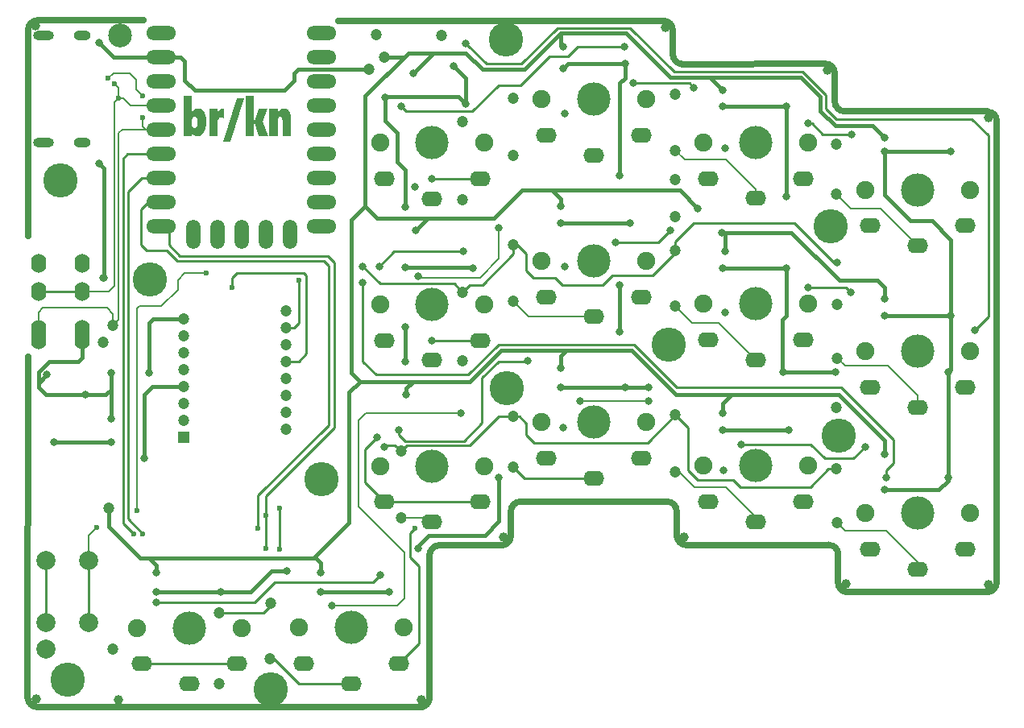
<source format=gbr>
%TF.GenerationSoftware,KiCad,Pcbnew,7.0.2*%
%TF.CreationDate,2024-03-22T10:09:10-05:00*%
%TF.ProjectId,02_capsule5_right,30325f63-6170-4737-956c-65355f726967,v1.0.0*%
%TF.SameCoordinates,Original*%
%TF.FileFunction,Copper,L1,Top*%
%TF.FilePolarity,Positive*%
%FSLAX46Y46*%
G04 Gerber Fmt 4.6, Leading zero omitted, Abs format (unit mm)*
G04 Created by KiCad (PCBNEW 7.0.2) date 2024-03-22 10:09:10*
%MOMM*%
%LPD*%
G01*
G04 APERTURE LIST*
%TA.AperFunction,NonConductor*%
%ADD10C,0.700000*%
%TD*%
%ADD11C,0.750000*%
%TA.AperFunction,NonConductor*%
%ADD12C,0.750000*%
%TD*%
%TA.AperFunction,ComponentPad*%
%ADD13C,2.500000*%
%TD*%
%TA.AperFunction,ComponentPad*%
%ADD14C,1.200000*%
%TD*%
%TA.AperFunction,ComponentPad*%
%ADD15C,2.000000*%
%TD*%
%TA.AperFunction,ComponentPad*%
%ADD16O,3.130000X1.500000*%
%TD*%
%TA.AperFunction,ComponentPad*%
%ADD17O,1.500000X3.090000*%
%TD*%
%TA.AperFunction,ComponentPad*%
%ADD18C,0.400000*%
%TD*%
%TA.AperFunction,ComponentPad*%
%ADD19C,3.600000*%
%TD*%
%TA.AperFunction,ComponentPad*%
%ADD20R,1.200000X1.200000*%
%TD*%
%TA.AperFunction,WasherPad*%
%ADD21C,1.900000*%
%TD*%
%TA.AperFunction,WasherPad*%
%ADD22C,3.500000*%
%TD*%
%TA.AperFunction,ComponentPad*%
%ADD23O,2.200000X1.600000*%
%TD*%
%TA.AperFunction,ComponentPad*%
%ADD24C,1.000000*%
%TD*%
%TA.AperFunction,ComponentPad*%
%ADD25O,1.600000X2.000000*%
%TD*%
%TA.AperFunction,ComponentPad*%
%ADD26O,2.200000X1.000000*%
%TD*%
%TA.AperFunction,ComponentPad*%
%ADD27O,1.800000X1.000000*%
%TD*%
%TA.AperFunction,ViaPad*%
%ADD28C,0.800000*%
%TD*%
%TA.AperFunction,ViaPad*%
%ADD29C,0.600000*%
%TD*%
%TA.AperFunction,Conductor*%
%ADD30C,0.400000*%
%TD*%
%TA.AperFunction,Conductor*%
%ADD31C,0.250000*%
%TD*%
%TA.AperFunction,Conductor*%
%ADD32C,0.200000*%
%TD*%
G04 APERTURE END LIST*
D10*
X156030781Y-45944870D02*
X156034936Y-67590951D01*
X223181017Y-95536796D02*
X207769869Y-95546896D01*
X206765714Y-96550815D02*
X206759936Y-99140951D01*
X205755781Y-100144870D02*
X199234936Y-100140951D01*
X241140886Y-104056012D02*
X241153980Y-101075895D01*
X156009936Y-80290951D02*
X155990881Y-116131018D01*
X197225003Y-117165958D02*
G75*
G03*
X198229158Y-116162032I-3J1004158D01*
G01*
X155990927Y-116131018D02*
G75*
G03*
X156994800Y-117135173I1004173J18D01*
G01*
X225194800Y-100085173D02*
X240131017Y-100086796D01*
X241140933Y-104056012D02*
G75*
G03*
X242144805Y-105060167I1004167J12D01*
G01*
X222775067Y-44971733D02*
X188634936Y-44965951D01*
X224184936Y-96540951D02*
X224190881Y-99081018D01*
X241153960Y-101075895D02*
G75*
G03*
X240150061Y-100071740I-1004160J-5D01*
G01*
X257804153Y-104056081D02*
X257828986Y-55525889D01*
X240806049Y-53486795D02*
G75*
G03*
X241809936Y-54490951I1004151J-5D01*
G01*
X224794805Y-49535169D02*
X239800067Y-49496733D01*
X257828967Y-55525889D02*
G75*
G03*
X256825067Y-54521733I-1004167J-11D01*
G01*
X168184936Y-44940951D02*
X157034936Y-44940951D01*
X157034936Y-44940981D02*
G75*
G03*
X156030781Y-45944870I-36J-1004119D01*
G01*
X205755781Y-100144936D02*
G75*
G03*
X206759936Y-99140951I-81J1004236D01*
G01*
X198230781Y-101144870D02*
X198229158Y-116162032D01*
X224184904Y-96540951D02*
G75*
G03*
X223181017Y-95536796I-1004204J-49D01*
G01*
X223778986Y-45975889D02*
X223790886Y-48531013D01*
X223790931Y-48531013D02*
G75*
G03*
X224794805Y-49535169I1004169J13D01*
G01*
X240803967Y-50500889D02*
G75*
G03*
X239800067Y-49496733I-1004167J-11D01*
G01*
X156994800Y-117135173D02*
X197225003Y-117165951D01*
X256799998Y-105059953D02*
G75*
G03*
X257804153Y-104056081I2J1004153D01*
G01*
X223778967Y-45975889D02*
G75*
G03*
X222775067Y-44971733I-1004167J-11D01*
G01*
X240803986Y-50500889D02*
X240806017Y-53486795D01*
X224190927Y-99081018D02*
G75*
G03*
X225194800Y-100085173I1004173J18D01*
G01*
X241809936Y-54490951D02*
X256825067Y-54521733D01*
X199234936Y-100140881D02*
G75*
G03*
X198230781Y-101144870I164J-1004319D01*
G01*
X242144805Y-105060167D02*
X256799998Y-105060000D01*
X207769869Y-95546914D02*
G75*
G03*
X206765714Y-96550815I31J-1004186D01*
G01*
D11*
D12*
G36*
X173238101Y-54631479D02*
G01*
X173246161Y-54631479D01*
X173266170Y-54594133D01*
X173287455Y-54558298D01*
X173310014Y-54523974D01*
X173333848Y-54491161D01*
X173358958Y-54459860D01*
X173385343Y-54430070D01*
X173413002Y-54401791D01*
X173441937Y-54375024D01*
X173472147Y-54349768D01*
X173503632Y-54326023D01*
X173525331Y-54311032D01*
X173558750Y-54290081D01*
X173592788Y-54271190D01*
X173627444Y-54254360D01*
X173662718Y-54239591D01*
X173698610Y-54226883D01*
X173735120Y-54216236D01*
X173772249Y-54207649D01*
X173809996Y-54201123D01*
X173848361Y-54196658D01*
X173887345Y-54194254D01*
X173913677Y-54193796D01*
X173962956Y-54195177D01*
X174010775Y-54199322D01*
X174057134Y-54206229D01*
X174102034Y-54215900D01*
X174145474Y-54228333D01*
X174187454Y-54243530D01*
X174227975Y-54261489D01*
X174267035Y-54282212D01*
X174304636Y-54305697D01*
X174340778Y-54331946D01*
X174375459Y-54360957D01*
X174408681Y-54392732D01*
X174440443Y-54427269D01*
X174470745Y-54464569D01*
X174499588Y-54504633D01*
X174526971Y-54547459D01*
X174552791Y-54592816D01*
X174576945Y-54640714D01*
X174599434Y-54691154D01*
X174620256Y-54744136D01*
X174639413Y-54799659D01*
X174656904Y-54857724D01*
X174672729Y-54918331D01*
X174686889Y-54981479D01*
X174699382Y-55047169D01*
X174710210Y-55115400D01*
X174719372Y-55186174D01*
X174726868Y-55259488D01*
X174732699Y-55335345D01*
X174736863Y-55413743D01*
X174738321Y-55453895D01*
X174739362Y-55494683D01*
X174739987Y-55536106D01*
X174740195Y-55578164D01*
X174739748Y-55635271D01*
X174738409Y-55691554D01*
X174736176Y-55747012D01*
X174733051Y-55801646D01*
X174729032Y-55855456D01*
X174724121Y-55908442D01*
X174718316Y-55960603D01*
X174711618Y-56011939D01*
X174704028Y-56062452D01*
X174695544Y-56112140D01*
X174686168Y-56161004D01*
X174675898Y-56209043D01*
X174664735Y-56256259D01*
X174652680Y-56302650D01*
X174639731Y-56348216D01*
X174625889Y-56392958D01*
X174611226Y-56436540D01*
X174595813Y-56478871D01*
X174579650Y-56519949D01*
X174562737Y-56559776D01*
X174545074Y-56598351D01*
X174526662Y-56635675D01*
X174507499Y-56671746D01*
X174487587Y-56706566D01*
X174466924Y-56740134D01*
X174445512Y-56772451D01*
X174423350Y-56803515D01*
X174400438Y-56833328D01*
X174376776Y-56861889D01*
X174352364Y-56889199D01*
X174327202Y-56915256D01*
X174301290Y-56940062D01*
X174274786Y-56963368D01*
X174247847Y-56985171D01*
X174220473Y-57005470D01*
X174192663Y-57024265D01*
X174164419Y-57041557D01*
X174135740Y-57057345D01*
X174106625Y-57071629D01*
X174077076Y-57084410D01*
X174047091Y-57095687D01*
X174016671Y-57105461D01*
X173985817Y-57113730D01*
X173954527Y-57120497D01*
X173922802Y-57125759D01*
X173890642Y-57129518D01*
X173858047Y-57131774D01*
X173825017Y-57132526D01*
X173787339Y-57131452D01*
X173750691Y-57128232D01*
X173715073Y-57122866D01*
X173680486Y-57115352D01*
X173646930Y-57105692D01*
X173614403Y-57093886D01*
X173582907Y-57079932D01*
X173552442Y-57063832D01*
X173523007Y-57045586D01*
X173494602Y-57025192D01*
X173476238Y-57010404D01*
X173449564Y-56986880D01*
X173423945Y-56962101D01*
X173399383Y-56936070D01*
X173375877Y-56908784D01*
X173353427Y-56880245D01*
X173332034Y-56850452D01*
X173311696Y-56819405D01*
X173292415Y-56787105D01*
X173274190Y-56753551D01*
X173257021Y-56718744D01*
X173246161Y-56694842D01*
X173238101Y-56694842D01*
X173238101Y-57070000D01*
X172360293Y-57070000D01*
X172360293Y-55750111D01*
X173221981Y-55750111D01*
X173222683Y-55792876D01*
X173224789Y-55833974D01*
X173228299Y-55873407D01*
X173235163Y-55923393D01*
X173244522Y-55970417D01*
X173256377Y-56014480D01*
X173270729Y-56055582D01*
X173287576Y-56093722D01*
X173301849Y-56120383D01*
X173322869Y-56152440D01*
X173345629Y-56180223D01*
X173370130Y-56203731D01*
X173396371Y-56222965D01*
X173424352Y-56237925D01*
X173454073Y-56248611D01*
X173485535Y-56255022D01*
X173518736Y-56257159D01*
X173557182Y-56254549D01*
X173593383Y-56246718D01*
X173627341Y-56233666D01*
X173659054Y-56215394D01*
X173688523Y-56191901D01*
X173715749Y-56163187D01*
X173740730Y-56129252D01*
X173763468Y-56090097D01*
X173783732Y-56045920D01*
X173797158Y-56009942D01*
X173809063Y-55971525D01*
X173819448Y-55930670D01*
X173828314Y-55887376D01*
X173835660Y-55841643D01*
X173841486Y-55793472D01*
X173845792Y-55742862D01*
X173848579Y-55689814D01*
X173849845Y-55634327D01*
X173849930Y-55615289D01*
X173849215Y-55565549D01*
X173847070Y-55518180D01*
X173843496Y-55473180D01*
X173838492Y-55430550D01*
X173832059Y-55390290D01*
X173824195Y-55352400D01*
X173811487Y-55305566D01*
X173796237Y-55262946D01*
X173778446Y-55224539D01*
X173768597Y-55206915D01*
X173747153Y-55174629D01*
X173723488Y-55146648D01*
X173697602Y-55122972D01*
X173669495Y-55103600D01*
X173639167Y-55088534D01*
X173606618Y-55077772D01*
X173571848Y-55071314D01*
X173534856Y-55069162D01*
X173502032Y-55071421D01*
X173470605Y-55078199D01*
X173440575Y-55089495D01*
X173411941Y-55105310D01*
X173384704Y-55125643D01*
X173358864Y-55150495D01*
X173334421Y-55179865D01*
X173311374Y-55213754D01*
X173290423Y-55251001D01*
X173272265Y-55290935D01*
X173256900Y-55333555D01*
X173244330Y-55378862D01*
X173234552Y-55426856D01*
X173227568Y-55477536D01*
X173224164Y-55517310D01*
X173222331Y-55558594D01*
X173221981Y-55586957D01*
X173221981Y-55750111D01*
X172360293Y-55750111D01*
X172360293Y-52880746D01*
X173238101Y-52880746D01*
X173238101Y-54631479D01*
G37*
G36*
X176643824Y-55256741D02*
G01*
X176616758Y-55233415D01*
X176589545Y-55214008D01*
X176559036Y-55195535D01*
X176530262Y-55180445D01*
X176509734Y-55170767D01*
X176479140Y-55157486D01*
X176450555Y-55146953D01*
X176419745Y-55138138D01*
X176387883Y-55132642D01*
X176369783Y-55131688D01*
X176317078Y-55134375D01*
X176267774Y-55142435D01*
X176221869Y-55155868D01*
X176179365Y-55174675D01*
X176140262Y-55198855D01*
X176104558Y-55228408D01*
X176072255Y-55263335D01*
X176043353Y-55303635D01*
X176017850Y-55349309D01*
X175995748Y-55400355D01*
X175977046Y-55456775D01*
X175961745Y-55518569D01*
X175949844Y-55585736D01*
X175941343Y-55658276D01*
X175936243Y-55736189D01*
X175934967Y-55777161D01*
X175934542Y-55819476D01*
X175934542Y-57070000D01*
X175056734Y-57070000D01*
X175056734Y-54256322D01*
X175934542Y-54256322D01*
X175934542Y-54756531D01*
X175942602Y-54756531D01*
X175958307Y-54706033D01*
X175975197Y-54657853D01*
X175993272Y-54611992D01*
X176012532Y-54568449D01*
X176032977Y-54527224D01*
X176054607Y-54488318D01*
X176077422Y-54451730D01*
X176101421Y-54417461D01*
X176126606Y-54385510D01*
X176152976Y-54355878D01*
X176171214Y-54337411D01*
X176199535Y-54311745D01*
X176228719Y-54288604D01*
X176258765Y-54267987D01*
X176289675Y-54249895D01*
X176321448Y-54234328D01*
X176354084Y-54221285D01*
X176387583Y-54210766D01*
X176421944Y-54202772D01*
X176457169Y-54197302D01*
X176493257Y-54194357D01*
X176517794Y-54193796D01*
X176548619Y-54195385D01*
X176581615Y-54201094D01*
X176612229Y-54210956D01*
X176640462Y-54224969D01*
X176643824Y-54227013D01*
X176643824Y-55256741D01*
G37*
G36*
X177308408Y-57695261D02*
G01*
X176535380Y-57695261D01*
X177996441Y-53130851D01*
X178769469Y-53130851D01*
X177308408Y-57695261D01*
G37*
G36*
X180263503Y-57070000D02*
G01*
X179793824Y-55631898D01*
X179785764Y-55631898D01*
X179785764Y-57070000D01*
X178907955Y-57070000D01*
X178907955Y-52880746D01*
X179785764Y-52880746D01*
X179785764Y-55569371D01*
X179793824Y-55569371D01*
X180220272Y-54256322D01*
X181209455Y-54256322D01*
X180638660Y-55544947D01*
X181242428Y-57070000D01*
X180263503Y-57070000D01*
G37*
G36*
X182764305Y-57070000D02*
G01*
X182764305Y-55552763D01*
X182763790Y-55505682D01*
X182762244Y-55461160D01*
X182759668Y-55419197D01*
X182756062Y-55379793D01*
X182749651Y-55331235D01*
X182741407Y-55287225D01*
X182731332Y-55247765D01*
X182716163Y-55204836D01*
X182705687Y-55182491D01*
X182685580Y-55149842D01*
X182661895Y-55122728D01*
X182634632Y-55101146D01*
X182603792Y-55085099D01*
X182569374Y-55074585D01*
X182539263Y-55070158D01*
X182515177Y-55069162D01*
X182480902Y-55072024D01*
X182449060Y-55080611D01*
X182419651Y-55094922D01*
X182392674Y-55114958D01*
X182368131Y-55140718D01*
X182346020Y-55172202D01*
X182337857Y-55186399D01*
X182319492Y-55224328D01*
X182304240Y-55265453D01*
X182292101Y-55309775D01*
X182283074Y-55357292D01*
X182278094Y-55397608D01*
X182275106Y-55439969D01*
X182274110Y-55484375D01*
X182274110Y-57070000D01*
X181396301Y-57070000D01*
X181396301Y-54256322D01*
X182274110Y-54256322D01*
X182274110Y-54694005D01*
X182282170Y-54694005D01*
X182302585Y-54650253D01*
X182324262Y-54608390D01*
X182347201Y-54568417D01*
X182371402Y-54530332D01*
X182396866Y-54494136D01*
X182423592Y-54459830D01*
X182451580Y-54427412D01*
X182480831Y-54396884D01*
X182511344Y-54368244D01*
X182543118Y-54341494D01*
X182565003Y-54324710D01*
X182598521Y-54301314D01*
X182632580Y-54280220D01*
X182667180Y-54261426D01*
X182702321Y-54244934D01*
X182738003Y-54230743D01*
X182774226Y-54218854D01*
X182810989Y-54209265D01*
X182848294Y-54201978D01*
X182886140Y-54196992D01*
X182924527Y-54194307D01*
X182950418Y-54193796D01*
X182993019Y-54194931D01*
X183034267Y-54198337D01*
X183074163Y-54204014D01*
X183112706Y-54211961D01*
X183149897Y-54222179D01*
X183185736Y-54234668D01*
X183220222Y-54249428D01*
X183253356Y-54266458D01*
X183285137Y-54285759D01*
X183315566Y-54307330D01*
X183344643Y-54331173D01*
X183372367Y-54357286D01*
X183398739Y-54385669D01*
X183423758Y-54416324D01*
X183447425Y-54449249D01*
X183469740Y-54484445D01*
X183490702Y-54521911D01*
X183510312Y-54561648D01*
X183528569Y-54603656D01*
X183545474Y-54647935D01*
X183561027Y-54694484D01*
X183575227Y-54743304D01*
X183588074Y-54794395D01*
X183599570Y-54847756D01*
X183609713Y-54903388D01*
X183618503Y-54961291D01*
X183625942Y-55021464D01*
X183632027Y-55083908D01*
X183636761Y-55148623D01*
X183640142Y-55215609D01*
X183642170Y-55284865D01*
X183642847Y-55356392D01*
X183642847Y-57070000D01*
X182764305Y-57070000D01*
G37*
D13*
%TO.P,REF\u002A\u002A,*%
%TO.N,*%
X165650000Y-46500000D03*
%TD*%
D14*
%TO.P,,*%
%TO.N,*%
X224000000Y-65550000D03*
%TD*%
%TO.P,,*%
%TO.N,5V*%
X193500000Y-48800000D03*
%TD*%
%TO.P,,*%
%TO.N,*%
X224000000Y-61700000D03*
%TD*%
D15*
%TO.P,,1*%
%TO.N,Net-(D15-Pad2)*%
X157890000Y-111080000D03*
%TD*%
D16*
%TO.P,U1,1,0*%
%TO.N,LED*%
X186875478Y-46285769D03*
%TO.P,U1,2,1*%
%TO.N,ROW0*%
X186875478Y-48825769D03*
%TO.P,U1,3,2*%
%TO.N,ROW1*%
X186875478Y-51365769D03*
%TO.P,U1,4,3*%
%TO.N,ROW2*%
X186875478Y-53905769D03*
%TO.P,U1,5,4*%
%TO.N,ROW3*%
X186875478Y-56445769D03*
%TO.P,U1,6,5*%
%TO.N,unconnected-(U1-5-Pad6)*%
X186875478Y-58985769D03*
%TO.P,U1,7,6*%
%TO.N,unconnected-(U1-6-Pad7)*%
X186875478Y-61525769D03*
%TO.P,U1,8,7*%
%TO.N,unconnected-(U1-7-Pad8)*%
X186875478Y-64065769D03*
%TO.P,U1,9,8*%
%TO.N,COL4*%
X186875478Y-66605769D03*
D17*
%TO.P,U1,10,9*%
%TO.N,NCS*%
X183520478Y-67400769D03*
%TO.P,U1,11,10*%
%TO.N,SCK*%
X180980478Y-67400769D03*
%TO.P,U1,12,11*%
%TO.N,MOSI*%
X178440478Y-67400769D03*
%TO.P,U1,13,12*%
%TO.N,MISO*%
X175900478Y-67400769D03*
%TO.P,U1,14,13*%
%TO.N,unconnected-(U1-13-Pad14)*%
X173360478Y-67400769D03*
D16*
%TO.P,U1,15,14*%
%TO.N,COL3*%
X170005478Y-66605769D03*
%TO.P,U1,16,15*%
%TO.N,COL2*%
X170005478Y-64065769D03*
%TO.P,U1,17,26*%
%TO.N,COL1*%
X170005478Y-61525769D03*
%TO.P,U1,18,27*%
%TO.N,COL0*%
X170005478Y-58985769D03*
%TO.P,U1,19,28*%
%TO.N,TX*%
X170005478Y-56445769D03*
%TO.P,U1,20,29*%
%TO.N,RX*%
X170005478Y-53905769D03*
%TO.P,U1,21,3V3*%
%TO.N,3V3*%
X170005478Y-51365769D03*
%TO.P,U1,22,GND*%
%TO.N,GND*%
X170005478Y-48825769D03*
%TO.P,U1,23,5V*%
%TO.N,5V*%
X170005478Y-46285769D03*
%TD*%
D18*
%TO.P,U3,*%
%TO.N,*%
X167329807Y-72215728D03*
X167779807Y-71165728D03*
X167779807Y-73265728D03*
X168829807Y-70715728D03*
D19*
X168829807Y-72215728D03*
D18*
X168829807Y-73715728D03*
X169879807Y-71165728D03*
X169879807Y-73265728D03*
X170329807Y-72215728D03*
X185319807Y-93205728D03*
X185769807Y-92155728D03*
X185769807Y-94255728D03*
X186819807Y-91705728D03*
D19*
X186819807Y-93205728D03*
D18*
X186819807Y-94705728D03*
X187869807Y-92155728D03*
X187869807Y-94255728D03*
X188319807Y-93205728D03*
D20*
%TO.P,U3,1,NC*%
%TO.N,unconnected-(U3-NC-Pad1)*%
X172400000Y-88800000D03*
D14*
%TO.P,U3,2,NC*%
%TO.N,unconnected-(U3-NC-Pad2)*%
X172400000Y-87020000D03*
%TO.P,U3,3,VDDPIX*%
%TO.N,Net-(U3-VDDPIX)*%
X172400000Y-85240000D03*
%TO.P,U3,4,VDD*%
%TO.N,2V*%
X172400000Y-83460000D03*
%TO.P,U3,5,VDDIO*%
%TO.N,3V3*%
X172400000Y-81680000D03*
%TO.P,U3,6,NC*%
%TO.N,unconnected-(U3-NC-Pad6)*%
X172400000Y-79900000D03*
%TO.P,U3,7,NRESET*%
%TO.N,unconnected-(U3-NRESET-Pad7)*%
X172400000Y-78120000D03*
%TO.P,U3,8,GND*%
%TO.N,GND*%
X172400000Y-76340000D03*
%TO.P,U3,9,MOTION*%
%TO.N,unconnected-(U3-MOTION-Pad9)*%
X183100000Y-75450000D03*
%TO.P,U3,10,SCLK*%
%TO.N,SCK*%
X183100000Y-77230000D03*
%TO.P,U3,11,MOSI*%
%TO.N,MOSI*%
X183100000Y-79010000D03*
%TO.P,U3,12,MISO*%
%TO.N,MISO*%
X183100000Y-80790000D03*
%TO.P,U3,13,NCS*%
%TO.N,NCS*%
X183100000Y-82570000D03*
%TO.P,U3,14,NC*%
%TO.N,unconnected-(U3-NC-Pad14)*%
X183100000Y-84350000D03*
%TO.P,U3,15,LED_P*%
%TO.N,Net-(U3-LED_P)*%
X183100000Y-86130000D03*
%TO.P,U3,16,NC*%
%TO.N,unconnected-(U3-NC-Pad16)*%
X183100000Y-87910000D03*
%TD*%
%TO.P,,*%
%TO.N,5V*%
X164500000Y-96200000D03*
%TD*%
%TO.P,,*%
%TO.N,*%
X241000000Y-85650000D03*
%TD*%
%TO.P,,*%
%TO.N,GND*%
X191855000Y-50070000D03*
%TD*%
D18*
%TO.P,REF\u002A\u002A,*%
%TO.N,*%
X242699042Y-88600000D03*
X242249042Y-89650000D03*
X242249042Y-87550000D03*
X241199042Y-90100000D03*
D19*
X241199042Y-88600000D03*
D18*
X241199042Y-87100000D03*
X240149042Y-89650000D03*
X240149042Y-87550000D03*
X239699042Y-88600000D03*
%TD*%
D21*
%TO.P,SW14,*%
%TO.N,*%
X178463232Y-108802659D03*
D22*
X172963232Y-108802659D03*
D21*
X167463232Y-108802659D03*
D23*
%TO.P,SW14,1*%
%TO.N,Net-(D14-Pad2)*%
X172963232Y-114702659D03*
%TO.P,SW14,2*%
%TO.N,COL3*%
X177963232Y-112602659D03*
X167963232Y-112602659D03*
%TD*%
D24*
%TO.P,REF\u002A\u002A,*%
%TO.N,*%
X205999042Y-99300000D03*
%TD*%
D18*
%TO.P,REF\u002A\u002A,*%
%TO.N,*%
X182999042Y-115300000D03*
X182549042Y-116350000D03*
X182549042Y-114250000D03*
X181499042Y-116800000D03*
D19*
X181499042Y-115300000D03*
D18*
X181499042Y-113800000D03*
X180449042Y-116350000D03*
X180449042Y-114250000D03*
X179999042Y-115300000D03*
%TD*%
D14*
%TO.P,,*%
%TO.N,LED*%
X192640478Y-46435769D03*
%TD*%
D21*
%TO.P,SW05,*%
%TO.N,*%
X255012350Y-79740283D03*
D22*
X249512350Y-79740283D03*
D21*
X244012350Y-79740283D03*
D23*
%TO.P,SW05,1*%
%TO.N,Net-(D05-Pad2)*%
X249512350Y-85640283D03*
%TO.P,SW05,2*%
%TO.N,COL0*%
X254512350Y-83540283D03*
X244512350Y-83540283D03*
%TD*%
D14*
%TO.P,,*%
%TO.N,ROW0*%
X201690478Y-55585769D03*
%TD*%
%TO.P,,*%
%TO.N,Net-(D13-Pad2)*%
X181440478Y-112050000D03*
%TD*%
%TO.P,,*%
%TO.N,GND*%
X163899042Y-78750000D03*
%TD*%
D24*
%TO.P,REF\u002A\u002A,*%
%TO.N,*%
X256999042Y-55200000D03*
%TD*%
D14*
%TO.P,,*%
%TO.N,TX*%
X164969042Y-77030000D03*
%TD*%
%TO.P,,*%
%TO.N,ROW0*%
X224000000Y-52675000D03*
%TD*%
D25*
%TO.P,U2,1,SLEEVE*%
%TO.N,GND*%
X161699042Y-78550000D03*
X157099042Y-78550000D03*
%TO.P,U2,2,TIP*%
%TO.N,TX*%
X161699042Y-77450000D03*
X157099042Y-77450000D03*
%TO.P,U2,3,RING1*%
%TO.N,RX*%
X161699042Y-73450000D03*
X157099042Y-73450000D03*
%TO.P,U2,4,RING2*%
%TO.N,5V*%
X161699042Y-70450000D03*
X157099042Y-70450000D03*
%TD*%
D24*
%TO.P,REF\u002A\u002A,*%
%TO.N,*%
X165499042Y-116335769D03*
%TD*%
D14*
%TO.P,,*%
%TO.N,ROW2*%
X195250000Y-90250000D03*
%TD*%
%TO.P,,*%
%TO.N,Net-(D04-Pad2)*%
X201690478Y-63785769D03*
%TD*%
%TO.P,,*%
%TO.N,Net-(D09-Pad2)*%
X241040478Y-97735769D03*
%TD*%
%TO.P,,*%
%TO.N,Net-(D11-Pad2)*%
X206990478Y-91900000D03*
%TD*%
%TO.P,,*%
%TO.N,Net-(D14-Pad2)*%
X176090478Y-114715769D03*
%TD*%
D24*
%TO.P,REF\u002A\u002A,*%
%TO.N,*%
X224999042Y-99300000D03*
%TD*%
%TO.P,REF\u002A\u002A,*%
%TO.N,*%
X197399042Y-116335769D03*
%TD*%
D14*
%TO.P,,*%
%TO.N,Net-(D05-Pad2)*%
X241040478Y-80435769D03*
%TD*%
D24*
%TO.P,REF\u002A\u002A,*%
%TO.N,*%
X256999042Y-104300000D03*
%TD*%
D14*
%TO.P,,*%
%TO.N,ROW1*%
X201690478Y-73500000D03*
%TD*%
%TO.P,,*%
%TO.N,ROW1*%
X206990478Y-68535769D03*
%TD*%
D21*
%TO.P,SW07,*%
%TO.N,*%
X221011817Y-70203948D03*
D22*
X215511817Y-70203948D03*
D21*
X210011817Y-70203948D03*
D23*
%TO.P,SW07,1*%
%TO.N,Net-(D07-Pad2)*%
X215511817Y-76103948D03*
%TO.P,SW07,2*%
%TO.N,COL2*%
X220511817Y-74003948D03*
X210511817Y-74003948D03*
%TD*%
D26*
%TO.P,J1,S1,SHIELD*%
%TO.N,GND*%
X157684190Y-57764234D03*
D27*
X161684190Y-57764234D03*
D26*
X157684190Y-46524234D03*
D27*
X161684190Y-46524234D03*
%TD*%
D21*
%TO.P,SW03,*%
%TO.N,*%
X221011818Y-53203948D03*
D22*
X215511818Y-53203948D03*
D21*
X210011818Y-53203948D03*
D23*
%TO.P,SW03,1*%
%TO.N,Net-(D03-Pad2)*%
X215511818Y-59103948D03*
%TO.P,SW03,2*%
%TO.N,COL2*%
X220511818Y-57003948D03*
X210511818Y-57003948D03*
%TD*%
D21*
%TO.P,SW06,*%
%TO.N,*%
X238012112Y-74759163D03*
D22*
X232512112Y-74759163D03*
D21*
X227012112Y-74759163D03*
D23*
%TO.P,SW06,1*%
%TO.N,Net-(D06-Pad2)*%
X232512112Y-80659163D03*
%TO.P,SW06,2*%
%TO.N,COL1*%
X237512112Y-78559163D03*
X227512112Y-78559163D03*
%TD*%
D18*
%TO.P,REF\u002A\u002A,*%
%TO.N,*%
X207849042Y-83650000D03*
X207399042Y-84700000D03*
X207399042Y-82600000D03*
X206349042Y-85150000D03*
D19*
X206349042Y-83650000D03*
D18*
X206349042Y-82150000D03*
X205299042Y-84700000D03*
X205299042Y-82600000D03*
X204849042Y-83650000D03*
%TD*%
D21*
%TO.P,SW10,*%
%TO.N,*%
X238012111Y-91759164D03*
D22*
X232512111Y-91759164D03*
D21*
X227012111Y-91759164D03*
D23*
%TO.P,SW10,1*%
%TO.N,Net-(D10-Pad2)*%
X232512111Y-97659164D03*
%TO.P,SW10,2*%
%TO.N,COL1*%
X237512111Y-95559164D03*
X227512111Y-95559164D03*
%TD*%
D14*
%TO.P,,*%
%TO.N,ROW2*%
X240990478Y-92085769D03*
%TD*%
D24*
%TO.P,REF\u002A\u002A,*%
%TO.N,*%
X222999042Y-45700000D03*
%TD*%
D21*
%TO.P,SW09,*%
%TO.N,*%
X255012349Y-96740284D03*
D22*
X249512349Y-96740284D03*
D21*
X244012349Y-96740284D03*
D23*
%TO.P,SW09,1*%
%TO.N,Net-(D09-Pad2)*%
X249512349Y-102640284D03*
%TO.P,SW09,2*%
%TO.N,COL0*%
X254512349Y-100540284D03*
X244512349Y-100540284D03*
%TD*%
D18*
%TO.P,REF\u002A\u002A,*%
%TO.N,*%
X207749042Y-46950000D03*
X207299042Y-48000000D03*
X207299042Y-45900000D03*
X206249042Y-48450000D03*
D19*
X206249042Y-46950000D03*
D18*
X206249042Y-45450000D03*
X205199042Y-48000000D03*
X205199042Y-45900000D03*
X204749042Y-46950000D03*
%TD*%
D14*
%TO.P,,*%
%TO.N,Net-(D10-Pad2)*%
X224040478Y-92385769D03*
%TD*%
%TO.P,,*%
%TO.N,Net-(D02-Pad2)*%
X224040478Y-58635769D03*
%TD*%
%TO.P,,*%
%TO.N,Net-(D08-Pad2)*%
X201649042Y-80750000D03*
%TD*%
D21*
%TO.P,SW13,*%
%TO.N,*%
X195463467Y-108794157D03*
D22*
X189963467Y-108794157D03*
D21*
X184463467Y-108794157D03*
D23*
%TO.P,SW13,1*%
%TO.N,Net-(D13-Pad2)*%
X189963467Y-114694157D03*
%TO.P,SW13,2*%
%TO.N,COL2*%
X194963467Y-112594157D03*
X184963467Y-112594157D03*
%TD*%
D14*
%TO.P,,*%
%TO.N,ROW1*%
X241040478Y-74835769D03*
%TD*%
D24*
%TO.P,REF\u002A\u002A,*%
%TO.N,*%
X156899042Y-116250000D03*
%TD*%
D21*
%TO.P,SW12,*%
%TO.N,*%
X203999265Y-91787819D03*
D22*
X198499265Y-91787819D03*
D21*
X192999265Y-91787819D03*
D23*
%TO.P,SW12,1*%
%TO.N,Net-(D12-Pad2)*%
X198499265Y-97687819D03*
%TO.P,SW12,2*%
%TO.N,COL3*%
X203499265Y-95587819D03*
X193499265Y-95587819D03*
%TD*%
D21*
%TO.P,SW08,*%
%TO.N,*%
X203999265Y-74787819D03*
D22*
X198499265Y-74787819D03*
D21*
X192999265Y-74787819D03*
D23*
%TO.P,SW08,1*%
%TO.N,Net-(D08-Pad2)*%
X198499265Y-80687819D03*
%TO.P,SW08,2*%
%TO.N,COL3*%
X203499265Y-78587819D03*
X193499265Y-78587819D03*
%TD*%
D21*
%TO.P,SW11,*%
%TO.N,*%
X221011816Y-87203949D03*
D22*
X215511816Y-87203949D03*
D21*
X210011816Y-87203949D03*
D23*
%TO.P,SW11,1*%
%TO.N,Net-(D11-Pad2)*%
X215511816Y-93103949D03*
%TO.P,SW11,2*%
%TO.N,COL2*%
X220511816Y-91003949D03*
X210511816Y-91003949D03*
%TD*%
D14*
%TO.P,,*%
%TO.N,ROW0*%
X206999042Y-53150000D03*
%TD*%
%TO.P,,*%
%TO.N,Net-(D12-Pad2)*%
X195250000Y-97250000D03*
%TD*%
%TO.P,,*%
%TO.N,ROW3*%
X164910000Y-111060000D03*
%TD*%
%TO.P,,*%
%TO.N,Net-(D06-Pad2)*%
X224040478Y-74985769D03*
%TD*%
%TO.P,,*%
%TO.N,Net-(LED01-DIN)*%
X199440478Y-46535769D03*
%TD*%
D21*
%TO.P,SW02,*%
%TO.N,*%
X238012111Y-57759164D03*
D22*
X232512111Y-57759164D03*
D21*
X227012111Y-57759164D03*
D23*
%TO.P,SW02,1*%
%TO.N,Net-(D02-Pad2)*%
X232512111Y-63659164D03*
%TO.P,SW02,2*%
%TO.N,COL1*%
X237512111Y-61559164D03*
X227512111Y-61559164D03*
%TD*%
D18*
%TO.P,REF\u002A\u002A,*%
%TO.N,*%
X161649042Y-114250000D03*
X161199042Y-115300000D03*
X161199042Y-113200000D03*
X160149042Y-115750000D03*
D19*
X160149042Y-114250000D03*
D18*
X160149042Y-112750000D03*
X159099042Y-115300000D03*
X159099042Y-113200000D03*
X158649042Y-114250000D03*
%TD*%
D14*
%TO.P,,*%
%TO.N,Net-(D03-Pad2)*%
X207049042Y-59100000D03*
%TD*%
D18*
%TO.P,REF\u002A\u002A,*%
%TO.N,*%
X241849042Y-66600000D03*
X241399042Y-67650000D03*
X241399042Y-65550000D03*
X240349042Y-68100000D03*
D19*
X240349042Y-66600000D03*
D18*
X240349042Y-65100000D03*
X239299042Y-67650000D03*
X239299042Y-65550000D03*
X238849042Y-66600000D03*
%TD*%
D14*
%TO.P,,*%
%TO.N,ROW2*%
X224040478Y-86435769D03*
%TD*%
D18*
%TO.P,REF\u002A\u002A,*%
%TO.N,*%
X160899042Y-61750000D03*
X160449042Y-62800000D03*
X160449042Y-60700000D03*
X159399042Y-63250000D03*
D19*
X159399042Y-61750000D03*
D18*
X159399042Y-60250000D03*
X158349042Y-62800000D03*
X158349042Y-60700000D03*
X157899042Y-61750000D03*
%TD*%
D14*
%TO.P,,*%
%TO.N,ROW3*%
X181490478Y-106185769D03*
%TD*%
%TO.P,,*%
%TO.N,Net-(D07-Pad2)*%
X206990478Y-74435769D03*
%TD*%
D21*
%TO.P,SW04,*%
%TO.N,*%
X203999264Y-57787820D03*
D22*
X198499264Y-57787820D03*
D21*
X192999264Y-57787820D03*
D23*
%TO.P,SW04,1*%
%TO.N,Net-(D04-Pad2)*%
X198499264Y-63687820D03*
%TO.P,SW04,2*%
%TO.N,COL3*%
X203499264Y-61587820D03*
X193499264Y-61587820D03*
%TD*%
D24*
%TO.P,REF\u002A\u002A,*%
%TO.N,*%
X239999042Y-50200000D03*
%TD*%
D14*
%TO.P,,*%
%TO.N,ROW1*%
X223990478Y-69135769D03*
%TD*%
%TO.P,,*%
%TO.N,ROW0*%
X240990478Y-57935769D03*
%TD*%
%TO.P,,*%
%TO.N,Net-(D01-Pad2)*%
X240990478Y-63235769D03*
%TD*%
%TO.P,,*%
%TO.N,ROW2*%
X206999042Y-86600000D03*
%TD*%
%TO.P,,*%
%TO.N,ROW3*%
X176090478Y-107235769D03*
%TD*%
D24*
%TO.P,REF\u002A\u002A,*%
%TO.N,*%
X241999042Y-104200000D03*
%TD*%
%TO.P,REF\u002A\u002A,*%
%TO.N,*%
X156799042Y-45550000D03*
%TD*%
D15*
%TO.P,SW15,1*%
%TO.N,Net-(D15-Pad2)*%
X157899042Y-101750000D03*
X157899042Y-108250000D03*
%TO.P,SW15,2*%
%TO.N,COL4*%
X162399042Y-101750000D03*
X162399042Y-108250000D03*
%TD*%
D21*
%TO.P,SW01,*%
%TO.N,*%
X255012350Y-62740284D03*
D22*
X249512350Y-62740284D03*
D21*
X244012350Y-62740284D03*
D23*
%TO.P,SW01,1*%
%TO.N,Net-(D01-Pad2)*%
X249512350Y-68640284D03*
%TO.P,SW01,2*%
%TO.N,COL0*%
X254512350Y-66540284D03*
X244512350Y-66540284D03*
%TD*%
D18*
%TO.P,REF\u002A\u002A,*%
%TO.N,*%
X224849042Y-79050000D03*
X224399042Y-80100000D03*
X224399042Y-78000000D03*
X223349042Y-80550000D03*
D19*
X223349042Y-79050000D03*
D18*
X223349042Y-77550000D03*
X222299042Y-80100000D03*
X222299042Y-78000000D03*
X221849042Y-79050000D03*
%TD*%
%TO.P,REF\u002A\u002A,*%
%TO.N,*%
X160899042Y-61750000D03*
X160449042Y-62800000D03*
X160449042Y-60700000D03*
X159399042Y-63250000D03*
D19*
X159399042Y-61750000D03*
D18*
X159399042Y-60250000D03*
X158349042Y-62800000D03*
X158349042Y-60700000D03*
X157899042Y-61750000D03*
%TD*%
D28*
%TO.N,ROW1*%
X191190478Y-70785769D03*
X241040478Y-70400000D03*
%TO.N,ROW2*%
X193500000Y-89785769D03*
D29*
%TO.N,COL0*%
X167100000Y-98900000D03*
%TO.N,COL1*%
X168100000Y-98900000D03*
%TO.N,COL2*%
X196700000Y-98325500D03*
X180200000Y-98325500D03*
%TO.N,COL3*%
X181040478Y-100495291D03*
X181040478Y-97000000D03*
D28*
X192690478Y-88785769D03*
X198500000Y-61587820D03*
X198500000Y-78587819D03*
D29*
%TO.N,ROW3*%
X182440478Y-100535769D03*
X182440478Y-96200000D03*
D28*
%TO.N,GND*%
X168750000Y-82000000D03*
X194000000Y-105000000D03*
X164750000Y-82000000D03*
X235750000Y-54000000D03*
X246000000Y-76000000D03*
X205499042Y-93000000D03*
X163970000Y-72015000D03*
X202000000Y-53750000D03*
X246000000Y-58750000D03*
X183250000Y-102800000D03*
X253000000Y-76000000D03*
X195699042Y-70900000D03*
X193525000Y-53010000D03*
X229000000Y-88000000D03*
X212400000Y-70800000D03*
X212000000Y-66250000D03*
X218190478Y-72785769D03*
X246000000Y-94250000D03*
X218750000Y-49500000D03*
X229100000Y-92250000D03*
X253000000Y-58750000D03*
X169500000Y-105000000D03*
X219250000Y-66250000D03*
X158000000Y-82200000D03*
X218190478Y-77700000D03*
X163899042Y-72000000D03*
X236000000Y-88000000D03*
X229000000Y-71000000D03*
X200750000Y-49750000D03*
X235750000Y-63500000D03*
X195699042Y-80800000D03*
X221250000Y-83500000D03*
X196700000Y-62450000D03*
X176250000Y-105000000D03*
X162050000Y-84325000D03*
X202750000Y-71000000D03*
X186750000Y-105000000D03*
X164750000Y-86800000D03*
X229000000Y-54000000D03*
X235750000Y-71000000D03*
X195699042Y-77200000D03*
X229306906Y-75680062D03*
X252690478Y-81935769D03*
X212000000Y-83500000D03*
X197050000Y-100500000D03*
X212250000Y-50000000D03*
X163470000Y-47265000D03*
X218750000Y-83500000D03*
X240840478Y-81935769D03*
X212300000Y-87750000D03*
X195699042Y-64600000D03*
X235349042Y-81935769D03*
X218199042Y-61300000D03*
X229250000Y-58400000D03*
X252690478Y-93000000D03*
X212400000Y-54750000D03*
X163470000Y-60015000D03*
%TO.N,Net-(LED10-DOUT)*%
X214000000Y-85000000D03*
X221250000Y-85000000D03*
%TO.N,Net-(LED11-DOUT)*%
X195000000Y-88000000D03*
X208500000Y-80750000D03*
%TO.N,Net-(LED13-DOUT)*%
X169500000Y-106100000D03*
X193000000Y-103250000D03*
%TO.N,2V*%
X168250000Y-91000000D03*
%TO.N,5V*%
X228940478Y-67250000D03*
X229000000Y-86250000D03*
X229000000Y-52250000D03*
X212250000Y-47750000D03*
X246000000Y-74250000D03*
X169500000Y-103000000D03*
X246000000Y-90524500D03*
X196750000Y-67000000D03*
X195750000Y-84250000D03*
X196500000Y-50500000D03*
X186750000Y-103000000D03*
X226399042Y-64700000D03*
X212000000Y-64500000D03*
X212000000Y-81500000D03*
X229250000Y-69250000D03*
X246000000Y-57250000D03*
%TO.N,Net-(LED12-DOUT)*%
X201500000Y-86250000D03*
X188000000Y-106500000D03*
%TO.N,Net-(LED01-DOUT)*%
X242610000Y-56940000D03*
X238000000Y-55750000D03*
%TO.N,Net-(LED02-DOUT)*%
X219625000Y-51525000D03*
X226000000Y-52000000D03*
%TO.N,Net-(LED03-DOUT)*%
X195250000Y-54000000D03*
X218700000Y-47700000D03*
%TO.N,Net-(LED04-DOUT)*%
X202000000Y-47400000D03*
X255500000Y-77500000D03*
%TO.N,Net-(LED05-DOUT)*%
X242500000Y-73500000D03*
X238000000Y-73000000D03*
%TO.N,Net-(LED06-DOUT)*%
X223500000Y-67000000D03*
X217750000Y-68250000D03*
%TO.N,Net-(LED07-DOUT)*%
X197000000Y-71861269D03*
X205500000Y-66750000D03*
%TO.N,Net-(LED08-DOUT)*%
X246250000Y-93000000D03*
X191190478Y-72535769D03*
X192940478Y-70785769D03*
X201750000Y-69250000D03*
%TO.N,Net-(LED09-DOUT)*%
X231000000Y-89500000D03*
X244000000Y-89750000D03*
%TO.N,Net-(IC1-ADJ)*%
X158750000Y-89250000D03*
X164750000Y-89250000D03*
D29*
%TO.N,TX*%
X164445000Y-51040000D03*
X168070000Y-52870000D03*
X168070000Y-55185000D03*
%TO.N,RX*%
X165095000Y-51620000D03*
X165530000Y-53155000D03*
%TO.N,COL4*%
X163250000Y-98250000D03*
X167500000Y-96500000D03*
X174750000Y-71500000D03*
%TO.N,MISO*%
X177500000Y-73000000D03*
%TO.N,SCK*%
X184500000Y-72250000D03*
%TD*%
D30*
%TO.N,GND*%
X184420000Y-50080000D02*
X191845000Y-50080000D01*
X184000000Y-51250000D02*
X184000000Y-50500000D01*
X182950000Y-52300000D02*
X184000000Y-51250000D01*
X184000000Y-50500000D02*
X184420000Y-50080000D01*
X173550000Y-52300000D02*
X182950000Y-52300000D01*
X172500000Y-49250000D02*
X172500000Y-51250000D01*
X172500000Y-51250000D02*
X173550000Y-52300000D01*
X170820478Y-48825769D02*
X172075769Y-48825769D01*
X172075769Y-48825769D02*
X172500000Y-49250000D01*
D31*
%TO.N,ROW1*%
X203750000Y-72750000D02*
X202440478Y-72750000D01*
X208399042Y-69500000D02*
X207434811Y-68535769D01*
X206990478Y-69509522D02*
X203750000Y-72750000D01*
X193040478Y-72635769D02*
X191190478Y-70785769D01*
X236584811Y-66285769D02*
X225940478Y-66285769D01*
X202440478Y-72750000D02*
X201690478Y-73500000D01*
X223990478Y-68235769D02*
X223990478Y-69135769D01*
X201690478Y-73500000D02*
X200826247Y-72635769D01*
X223990478Y-69135769D02*
X223990478Y-69408564D01*
X221649042Y-71750000D02*
X217449521Y-71750000D01*
X211399042Y-72000000D02*
X209149042Y-72000000D01*
X223990478Y-69408564D02*
X221649042Y-71750000D01*
X225940478Y-66285769D02*
X223990478Y-68235769D01*
X206990478Y-68535769D02*
X206990478Y-69509522D01*
X217449521Y-71750000D02*
X216449521Y-72750000D01*
X200826247Y-72635769D02*
X193040478Y-72635769D01*
X212149042Y-72750000D02*
X211399042Y-72000000D01*
X207434811Y-68535769D02*
X206990478Y-68535769D01*
X240699042Y-70400000D02*
X236584811Y-66285769D01*
X209149042Y-72000000D02*
X208399042Y-71250000D01*
X216449521Y-72750000D02*
X212149042Y-72750000D01*
X241040478Y-70400000D02*
X240699042Y-70400000D01*
X208399042Y-71250000D02*
X208399042Y-69500000D01*
%TO.N,ROW2*%
X193685769Y-89600000D02*
X194600000Y-89600000D01*
X230149042Y-93250000D02*
X226389078Y-93250000D01*
X194600000Y-89600000D02*
X195250000Y-90250000D01*
X225399042Y-87794333D02*
X224040478Y-86435769D01*
X221147298Y-89328949D02*
X209227991Y-89328949D01*
X240990478Y-92085769D02*
X240151876Y-92085769D01*
X195837181Y-89662819D02*
X195250000Y-90250000D01*
X208399042Y-87300000D02*
X207699042Y-86600000D01*
X205499042Y-86600000D02*
X202436223Y-89662819D01*
X209227991Y-89328949D02*
X208399042Y-88500000D01*
X226389078Y-93250000D02*
X225399042Y-92259964D01*
X206999042Y-86600000D02*
X205499042Y-86600000D01*
X224040478Y-86435769D02*
X221147298Y-89328949D01*
X208399042Y-88500000D02*
X208399042Y-87300000D01*
X225399042Y-92259964D02*
X225399042Y-87794333D01*
X202436223Y-89662819D02*
X195837181Y-89662819D01*
X230899042Y-94000000D02*
X230149042Y-93250000D01*
X238237645Y-94000000D02*
X230899042Y-94000000D01*
X193500000Y-89785769D02*
X193685769Y-89600000D01*
X207699042Y-86600000D02*
X206999042Y-86600000D01*
X240151876Y-92085769D02*
X238237645Y-94000000D01*
%TO.N,COL0*%
X167100000Y-98900000D02*
X166036436Y-97836436D01*
X166490000Y-58995000D02*
X170890000Y-58995000D01*
X166036436Y-97836436D02*
X166036436Y-59448564D01*
X166036436Y-59448564D02*
X166490000Y-58995000D01*
%TO.N,COL1*%
X166536436Y-97336436D02*
X166536436Y-62948564D01*
X168100000Y-98900000D02*
X166536436Y-97336436D01*
X166536436Y-62948564D02*
X167950000Y-61535000D01*
X167950000Y-61535000D02*
X170890000Y-61535000D01*
%TO.N,COL2*%
X197095000Y-102295000D02*
X197095000Y-110462624D01*
X171725000Y-70225000D02*
X170600000Y-69100000D01*
X167900000Y-64800000D02*
X168625000Y-64075000D01*
X180200000Y-94878248D02*
X187600000Y-87478248D01*
X180200000Y-98325500D02*
X180200000Y-94878248D01*
X168625000Y-64075000D02*
X170890000Y-64075000D01*
X196700000Y-98325500D02*
X196150000Y-98875500D01*
X196150000Y-98875500D02*
X196150000Y-101350000D01*
X187125000Y-70225000D02*
X171725000Y-70225000D01*
X168500000Y-69100000D02*
X167900000Y-68500000D01*
X170600000Y-69100000D02*
X168500000Y-69100000D01*
X187600000Y-87478248D02*
X187600000Y-70700000D01*
X167900000Y-68500000D02*
X167900000Y-64800000D01*
X196150000Y-101350000D02*
X197095000Y-102295000D01*
X197095000Y-110462624D02*
X194963467Y-112594157D01*
X187600000Y-70700000D02*
X187125000Y-70225000D01*
%TO.N,COL3*%
X181040478Y-94959522D02*
X181040478Y-97000000D01*
X198500000Y-61587820D02*
X203499264Y-61587820D01*
X181040478Y-97000000D02*
X181040478Y-100495291D01*
X171975000Y-69725000D02*
X187525000Y-69725000D01*
X167963232Y-112602659D02*
X177963232Y-112602659D01*
X170820478Y-68570478D02*
X171975000Y-69725000D01*
X191440478Y-93529032D02*
X193499265Y-95587819D01*
X198500000Y-78587819D02*
X203499265Y-78587819D01*
X187525000Y-69725000D02*
X188200000Y-70400000D01*
X191440478Y-90035769D02*
X191440478Y-93529032D01*
X170820478Y-66605769D02*
X170820478Y-68570478D01*
X192690478Y-88785769D02*
X191440478Y-90035769D01*
X188200000Y-87800000D02*
X181040478Y-94959522D01*
X188200000Y-70400000D02*
X188200000Y-87800000D01*
X193499265Y-95587819D02*
X203499265Y-95587819D01*
%TO.N,Net-(D11-Pad2)*%
X208194427Y-93103949D02*
X206990478Y-91900000D01*
X215511816Y-93103949D02*
X208194427Y-93103949D01*
D32*
%TO.N,Net-(D12-Pad2)*%
X198499265Y-97687819D02*
X198061446Y-97250000D01*
X198061446Y-97250000D02*
X195250000Y-97250000D01*
D31*
%TO.N,ROW3*%
X180763273Y-107235769D02*
X181490478Y-106508564D01*
X182440478Y-100535769D02*
X182440478Y-96200000D01*
X181490478Y-106508564D02*
X181490478Y-106185769D01*
X176090478Y-107235769D02*
X180763273Y-107235769D01*
D32*
%TO.N,Net-(D01-Pad2)*%
X245607835Y-64735769D02*
X242490478Y-64735769D01*
X249512350Y-68640284D02*
X245607835Y-64735769D01*
X242490478Y-64735769D02*
X240990478Y-63235769D01*
%TO.N,Net-(D02-Pad2)*%
X229380478Y-59605769D02*
X225010478Y-59605769D01*
X225010478Y-59605769D02*
X224040478Y-58635769D01*
X232512111Y-62737402D02*
X229380478Y-59605769D01*
X232512111Y-63659164D02*
X232512111Y-62737402D01*
%TO.N,Net-(D05-Pad2)*%
X241854709Y-81250000D02*
X241040478Y-80435769D01*
X246414709Y-81250000D02*
X241854709Y-81250000D01*
X249512350Y-84347641D02*
X246414709Y-81250000D01*
X249512350Y-85640283D02*
X249512350Y-84347641D01*
%TO.N,Net-(D06-Pad2)*%
X228618718Y-76765769D02*
X225820478Y-76765769D01*
X225820478Y-76765769D02*
X224040478Y-74985769D01*
X232512112Y-80659163D02*
X228618718Y-76765769D01*
%TO.N,Net-(D07-Pad2)*%
X208658657Y-76103948D02*
X206990478Y-74435769D01*
X215511817Y-76103948D02*
X208658657Y-76103948D01*
%TO.N,Net-(D09-Pad2)*%
X249512349Y-102640284D02*
X249512349Y-101867640D01*
X241870478Y-98565769D02*
X241040478Y-97735769D01*
X246210478Y-98565769D02*
X241870478Y-98565769D01*
X249512349Y-101867640D02*
X246210478Y-98565769D01*
%TO.N,Net-(D10-Pad2)*%
X229334709Y-94000000D02*
X226050000Y-94000000D01*
X224435769Y-92385769D02*
X224040478Y-92385769D01*
X232512111Y-97659164D02*
X232512111Y-97177402D01*
X232512111Y-97177402D02*
X229334709Y-94000000D01*
X226050000Y-94000000D02*
X224435769Y-92385769D01*
D31*
%TO.N,Net-(D13-Pad2)*%
X189963467Y-114694157D02*
X184493199Y-114694157D01*
X184493199Y-114694157D02*
X181849042Y-112050000D01*
X181849042Y-112050000D02*
X181440478Y-112050000D01*
D30*
%TO.N,GND*%
X219250000Y-66250000D02*
X212000000Y-66250000D01*
X218190478Y-77700000D02*
X218190478Y-72785769D01*
X218750000Y-49500000D02*
X218750000Y-50990478D01*
X164175000Y-84325000D02*
X162050000Y-84325000D01*
X202000000Y-53750000D02*
X202000000Y-51000000D01*
X194799042Y-59800000D02*
X195699042Y-60700000D01*
X235299042Y-76450958D02*
X235299042Y-81885769D01*
X158000000Y-82200000D02*
X157100000Y-83100000D01*
X248750000Y-66000000D02*
X246000000Y-63250000D01*
X197050000Y-100500000D02*
X197050000Y-100180000D01*
X179449042Y-105000000D02*
X181649042Y-102800000D01*
X253000000Y-68000000D02*
X251000000Y-66000000D01*
X246000000Y-58750000D02*
X253000000Y-58750000D01*
X240840478Y-81935769D02*
X235349042Y-81935769D01*
X202750000Y-71000000D02*
X202650000Y-70900000D01*
X202000000Y-51000000D02*
X200750000Y-49750000D01*
X253000000Y-76000000D02*
X253000000Y-68000000D01*
X169160000Y-76340000D02*
X168750000Y-76750000D01*
X221250000Y-83500000D02*
X218750000Y-83500000D01*
X163970000Y-60515000D02*
X163470000Y-60015000D01*
X198150000Y-99080000D02*
X204019042Y-99080000D01*
X235750000Y-54000000D02*
X235750000Y-63500000D01*
X204019042Y-99080000D02*
X205499042Y-97600000D01*
X158210000Y-80780000D02*
X161270000Y-80780000D01*
X218750000Y-83500000D02*
X212000000Y-83500000D01*
X157100000Y-83500000D02*
X157100000Y-81890000D01*
X246000000Y-63250000D02*
X246000000Y-58750000D01*
X162050000Y-84325000D02*
X157925000Y-84325000D01*
X161699042Y-80350958D02*
X161699042Y-78900000D01*
X252690478Y-81935769D02*
X252690478Y-93000000D01*
X202650000Y-70900000D02*
X195699042Y-70900000D01*
X163970000Y-72015000D02*
X163970000Y-60515000D01*
X235750000Y-71000000D02*
X235750000Y-76000000D01*
X165030769Y-48825769D02*
X163470000Y-47265000D01*
X235750000Y-54000000D02*
X229000000Y-54000000D01*
X235299042Y-81885769D02*
X235349042Y-81935769D01*
X176250000Y-105000000D02*
X169500000Y-105000000D01*
X201250000Y-53000000D02*
X202000000Y-53750000D01*
X246000000Y-94250000D02*
X251750000Y-94250000D01*
X253000000Y-76000000D02*
X246000000Y-76000000D01*
X193535000Y-53000000D02*
X201250000Y-53000000D01*
X193525000Y-53010000D02*
X193525000Y-55525958D01*
X194799042Y-56800000D02*
X194799042Y-59800000D01*
X194000000Y-105000000D02*
X186750000Y-105000000D01*
X172400000Y-76340000D02*
X169160000Y-76340000D01*
X252690478Y-93309522D02*
X252690478Y-93000000D01*
X168750000Y-76750000D02*
X168750000Y-82000000D01*
X193525000Y-53010000D02*
X193535000Y-53000000D01*
X195699042Y-60700000D02*
X195699042Y-64600000D01*
X164750000Y-83750000D02*
X164175000Y-84325000D01*
X181649042Y-102800000D02*
X183250000Y-102800000D01*
X253000000Y-81626247D02*
X252690478Y-81935769D01*
X212750000Y-49500000D02*
X212250000Y-50000000D01*
X157100000Y-81890000D02*
X158210000Y-80780000D01*
X195699042Y-77200000D02*
X195699042Y-80800000D01*
X218750000Y-49500000D02*
X212750000Y-49500000D01*
X176250000Y-105000000D02*
X179449042Y-105000000D01*
X218750000Y-50990478D02*
X218199042Y-51541436D01*
X253000000Y-76000000D02*
X253000000Y-81626247D01*
X235750000Y-71000000D02*
X229000000Y-71000000D01*
X157925000Y-84325000D02*
X157100000Y-83500000D01*
X251000000Y-66000000D02*
X248750000Y-66000000D01*
X193525000Y-55525958D02*
X194799042Y-56800000D01*
X236000000Y-88000000D02*
X229000000Y-88000000D01*
X197050000Y-100180000D02*
X198150000Y-99080000D01*
X235750000Y-76000000D02*
X235299042Y-76450958D01*
X170880769Y-48825769D02*
X165030769Y-48825769D01*
X251750000Y-94250000D02*
X252690478Y-93309522D01*
X218199042Y-51541436D02*
X218199042Y-61300000D01*
X205499042Y-97600000D02*
X205499042Y-93000000D01*
X164750000Y-82000000D02*
X164750000Y-86800000D01*
X161270000Y-80780000D02*
X161699042Y-80350958D01*
D32*
%TO.N,Net-(LED10-DOUT)*%
X221250000Y-85000000D02*
X214000000Y-85000000D01*
D31*
%TO.N,Net-(LED11-DOUT)*%
X203749042Y-87250958D02*
X203749042Y-82550000D01*
X195000000Y-88000000D02*
X195000000Y-88500000D01*
X195662819Y-89162819D02*
X201837181Y-89162819D01*
X208400000Y-80850000D02*
X208500000Y-80750000D01*
X203749042Y-82550000D02*
X205449042Y-80850000D01*
X201837181Y-89162819D02*
X203749042Y-87250958D01*
X205449042Y-80850000D02*
X208400000Y-80850000D01*
X195000000Y-88500000D02*
X195662819Y-89162819D01*
%TO.N,Net-(LED13-DOUT)*%
X169500000Y-106100000D02*
X179849042Y-106100000D01*
X192250000Y-104000000D02*
X193000000Y-103250000D01*
X181949042Y-104000000D02*
X192250000Y-104000000D01*
X179849042Y-106100000D02*
X181949042Y-104000000D01*
D30*
%TO.N,2V*%
X168250000Y-84250000D02*
X169040000Y-83460000D01*
X168250000Y-91000000D02*
X168250000Y-84250000D01*
X169040000Y-83460000D02*
X172400000Y-83460000D01*
%TO.N,5V*%
X213000000Y-79610769D02*
X219459811Y-79610769D01*
X226399042Y-64700000D02*
X224499042Y-62800000D01*
X230250000Y-84285769D02*
X229964231Y-84285769D01*
X224134811Y-84285769D02*
X219459811Y-79610769D01*
X169500000Y-102250000D02*
X169500000Y-103000000D01*
X202417110Y-82900000D02*
X205706341Y-79610769D01*
X246000000Y-89095291D02*
X241190478Y-84285769D01*
X186250000Y-101500000D02*
X186750000Y-102000000D01*
X185999042Y-101500000D02*
X189750000Y-97749042D01*
X239299042Y-52999042D02*
X239299042Y-54450000D01*
X164500000Y-96200000D02*
X164500000Y-98165697D01*
X207913747Y-62800000D02*
X204963747Y-65750000D01*
X167834303Y-101500000D02*
X185999042Y-101500000D01*
X205706341Y-79610769D02*
X213000000Y-79610769D01*
X211000000Y-62800000D02*
X211050000Y-62800000D01*
X196500000Y-82900000D02*
X195750000Y-83650000D01*
X229250000Y-67559522D02*
X229250000Y-69250000D01*
X211000000Y-62800000D02*
X208013747Y-62800000D01*
X211999042Y-46300000D02*
X211999042Y-47499042D01*
X196500000Y-82900000D02*
X190900000Y-82900000D01*
X224499042Y-62800000D02*
X211000000Y-62800000D01*
X218900000Y-46300000D02*
X223500000Y-50900000D01*
X208013747Y-62800000D02*
X207913747Y-62800000D01*
X228940478Y-67250000D02*
X236250000Y-67250000D01*
X211999042Y-46300000D02*
X218900000Y-46300000D01*
X244750000Y-56000000D02*
X246000000Y-57250000D01*
X240849042Y-56000000D02*
X244750000Y-56000000D01*
X212000000Y-63750000D02*
X212000000Y-64500000D01*
X191440478Y-52894522D02*
X195985000Y-48350000D01*
X211999042Y-47499042D02*
X212250000Y-47750000D01*
X212639231Y-79610769D02*
X212000000Y-80250000D01*
X204963747Y-65750000D02*
X198000000Y-65750000D01*
X192726247Y-65750000D02*
X191440478Y-64464231D01*
X213000000Y-79610769D02*
X212639231Y-79610769D01*
X196500000Y-82900000D02*
X200299042Y-82900000D01*
X198000000Y-65750000D02*
X192726247Y-65750000D01*
X236250000Y-67250000D02*
X241300000Y-72300000D01*
X246000000Y-73000000D02*
X246000000Y-74250000D01*
X196500000Y-50500000D02*
X198650000Y-48350000D01*
X230250000Y-84285769D02*
X224134811Y-84285769D01*
X198000000Y-65750000D02*
X196750000Y-67000000D01*
X198650000Y-48350000D02*
X200099042Y-48350000D01*
X190000000Y-65904709D02*
X191440478Y-64464231D01*
X190900000Y-82900000D02*
X190000000Y-82000000D01*
X202049042Y-48350000D02*
X203799042Y-50100000D01*
X227650000Y-50900000D02*
X229000000Y-52250000D01*
X168750000Y-101500000D02*
X169500000Y-102250000D01*
X211050000Y-62800000D02*
X212000000Y-63750000D01*
X186750000Y-102000000D02*
X186750000Y-103000000D01*
X203799042Y-50100000D02*
X208199042Y-50100000D01*
X208199042Y-50100000D02*
X211999042Y-46300000D01*
X191440478Y-64464231D02*
X191440478Y-52894522D01*
X237200000Y-50900000D02*
X239299042Y-52999042D01*
X239299042Y-54450000D02*
X240849042Y-56000000D01*
X229964231Y-84285769D02*
X229000000Y-85250000D01*
X223500000Y-50900000D02*
X237200000Y-50900000D01*
X190000000Y-82000000D02*
X190000000Y-65904709D01*
X195750000Y-83650000D02*
X195750000Y-84250000D01*
X164500000Y-98165697D02*
X167834303Y-101500000D01*
X189750000Y-84050000D02*
X190900000Y-82900000D01*
X245300000Y-72300000D02*
X246000000Y-73000000D01*
X229000000Y-85250000D02*
X229000000Y-86250000D01*
X189750000Y-97749042D02*
X189750000Y-84050000D01*
X246000000Y-90524500D02*
X246000000Y-89095291D01*
X185999042Y-101500000D02*
X186250000Y-101500000D01*
X168500000Y-101500000D02*
X168750000Y-101500000D01*
X241300000Y-72300000D02*
X245300000Y-72300000D01*
X228940478Y-67250000D02*
X229250000Y-67559522D01*
X241190478Y-84285769D02*
X230250000Y-84285769D01*
X193500000Y-48800000D02*
X195549042Y-48800000D01*
X212000000Y-80250000D02*
X212000000Y-81500000D01*
X195985000Y-48350000D02*
X202049042Y-48350000D01*
X227625000Y-50900000D02*
X227650000Y-50900000D01*
X200299042Y-82900000D02*
X202417110Y-82900000D01*
D31*
%TO.N,Net-(D15-Pad2)*%
X157899042Y-101750000D02*
X157899042Y-108250000D01*
D32*
%TO.N,Net-(LED12-DOUT)*%
X194850000Y-106500000D02*
X188000000Y-106500000D01*
X191500000Y-86250000D02*
X190750000Y-87000000D01*
X195600000Y-100900958D02*
X195600000Y-105750000D01*
X201500000Y-86250000D02*
X191500000Y-86250000D01*
X190750000Y-96050958D02*
X195600000Y-100900958D01*
X195600000Y-105750000D02*
X194850000Y-106500000D01*
X190750000Y-87000000D02*
X190750000Y-96050958D01*
D31*
%TO.N,Net-(LED01-DOUT)*%
X239550000Y-56920000D02*
X238380000Y-55750000D01*
X238380000Y-55750000D02*
X238000000Y-55750000D01*
X242610000Y-56940000D02*
X242590000Y-56920000D01*
X242590000Y-56920000D02*
X239550000Y-56920000D01*
%TO.N,Net-(LED02-DOUT)*%
X225550000Y-51550000D02*
X226000000Y-52000000D01*
X219625000Y-51525000D02*
X219650000Y-51550000D01*
X219650000Y-51550000D02*
X225550000Y-51550000D01*
%TO.N,Net-(LED03-DOUT)*%
X212750000Y-48750000D02*
X210799042Y-48750000D01*
X213800000Y-47700000D02*
X212750000Y-48750000D01*
X218700000Y-47700000D02*
X213800000Y-47700000D01*
X207799042Y-51750000D02*
X205500000Y-51750000D01*
X210799042Y-48750000D02*
X207799042Y-51750000D01*
X205500000Y-51750000D02*
X202725000Y-54525000D01*
X202725000Y-54525000D02*
X195775000Y-54525000D01*
X195775000Y-54525000D02*
X195250000Y-54000000D01*
%TO.N,Net-(LED04-DOUT)*%
X219325000Y-45725000D02*
X223925000Y-50325000D01*
X202150000Y-47550000D02*
X202199042Y-47550000D01*
X240959859Y-55297645D02*
X255202355Y-55297645D01*
X239874042Y-52760870D02*
X239874042Y-54211828D01*
X207824042Y-49525000D02*
X211624042Y-45725000D01*
X237438172Y-50325000D02*
X239874042Y-52760870D01*
X202000000Y-47400000D02*
X202150000Y-47550000D01*
X256940478Y-57035769D02*
X256940478Y-76059522D01*
X223925000Y-50325000D02*
X237438172Y-50325000D01*
X204174042Y-49525000D02*
X207824042Y-49525000D01*
X202199042Y-47550000D02*
X204174042Y-49525000D01*
X255202355Y-55297645D02*
X256940478Y-57035769D01*
X211624042Y-45725000D02*
X219325000Y-45725000D01*
X239874042Y-54211828D02*
X240959859Y-55297645D01*
X256940478Y-76059522D02*
X255500000Y-77500000D01*
%TO.N,Net-(LED05-DOUT)*%
X242000000Y-73000000D02*
X242500000Y-73500000D01*
X238000000Y-73000000D02*
X242000000Y-73000000D01*
%TO.N,Net-(LED06-DOUT)*%
X222250000Y-68250000D02*
X217750000Y-68250000D01*
X223500000Y-67000000D02*
X222250000Y-68250000D01*
D32*
%TO.N,Net-(LED07-DOUT)*%
X203500000Y-72000000D02*
X205500000Y-70000000D01*
X205500000Y-70000000D02*
X205500000Y-66750000D01*
X197138731Y-72000000D02*
X203500000Y-72000000D01*
X197000000Y-71861269D02*
X197138731Y-72000000D01*
D31*
%TO.N,Net-(LED08-DOUT)*%
X247000000Y-91500000D02*
X247000000Y-89063705D01*
X191190478Y-80791436D02*
X191190478Y-72535769D01*
X219697983Y-79035769D02*
X205468169Y-79035769D01*
X246250000Y-92250000D02*
X247000000Y-91500000D01*
X247000000Y-89063705D02*
X241472064Y-83535769D01*
X192940478Y-70785769D02*
X194476247Y-69250000D01*
X241472064Y-83535769D02*
X224197983Y-83535769D01*
X194476247Y-69250000D02*
X201750000Y-69250000D01*
X192599042Y-82200000D02*
X191190478Y-80791436D01*
X224197983Y-83535769D02*
X219697983Y-79035769D01*
X246250000Y-93000000D02*
X246250000Y-92250000D01*
X205468169Y-79035769D02*
X202303938Y-82200000D01*
X202303938Y-82200000D02*
X192599042Y-82200000D01*
%TO.N,Net-(LED09-DOUT)*%
X231000000Y-89500000D02*
X238250000Y-89500000D01*
X239750000Y-91000000D02*
X242750000Y-91000000D01*
X238250000Y-89500000D02*
X239750000Y-91000000D01*
X242750000Y-91000000D02*
X244000000Y-89750000D01*
D30*
%TO.N,Net-(IC1-ADJ)*%
X158750000Y-89250000D02*
X164750000Y-89250000D01*
D32*
%TO.N,TX*%
X165910000Y-56455000D02*
X170890000Y-56455000D01*
X164969042Y-77030000D02*
X165561436Y-76437606D01*
X164969042Y-75799042D02*
X164320000Y-75150000D01*
X157099042Y-75629042D02*
X157099042Y-77200000D01*
X168395000Y-56455000D02*
X168070000Y-56130000D01*
X167395000Y-52195000D02*
X167395000Y-51195000D01*
X164995000Y-50490000D02*
X164445000Y-51040000D01*
X164320000Y-75150000D02*
X157578084Y-75150000D01*
X165561436Y-56803564D02*
X165910000Y-56455000D01*
X168070000Y-56130000D02*
X168070000Y-55185000D01*
X167395000Y-51195000D02*
X166690000Y-50490000D01*
X166690000Y-50490000D02*
X164995000Y-50490000D01*
X168070000Y-52870000D02*
X167395000Y-52195000D01*
X165561436Y-76437606D02*
X165561436Y-56803564D01*
X157578084Y-75150000D02*
X157099042Y-75629042D01*
X164969042Y-77030000D02*
X164969042Y-75799042D01*
%TO.N,RX*%
X166795000Y-53915000D02*
X166035000Y-53155000D01*
X165530000Y-52055000D02*
X165095000Y-51620000D01*
X165111436Y-53573564D02*
X165111436Y-72873564D01*
X165530000Y-53155000D02*
X165111436Y-53573564D01*
X164520000Y-73465000D02*
X161770000Y-73465000D01*
X170890000Y-53915000D02*
X166795000Y-53915000D01*
X165530000Y-53155000D02*
X165530000Y-52055000D01*
X165111436Y-72873564D02*
X164520000Y-73465000D01*
D31*
X161699042Y-73450000D02*
X157099042Y-73450000D01*
D32*
X166035000Y-53155000D02*
X165530000Y-53155000D01*
%TO.N,COL4*%
X167500000Y-75250000D02*
X167500000Y-96500000D01*
X171750000Y-73250000D02*
X170000000Y-75000000D01*
X167750000Y-75000000D02*
X167500000Y-75250000D01*
X172500000Y-71500000D02*
X171750000Y-72250000D01*
X162399042Y-99100958D02*
X162399042Y-101750000D01*
X163250000Y-98250000D02*
X162399042Y-99100958D01*
X171750000Y-72250000D02*
X171750000Y-73250000D01*
X170000000Y-75000000D02*
X167750000Y-75000000D01*
X174750000Y-71500000D02*
X172500000Y-71500000D01*
D31*
X162399042Y-101750000D02*
X162399042Y-108250000D01*
%TO.N,MISO*%
X183100000Y-80790000D02*
X184460000Y-80790000D01*
X185000000Y-71500000D02*
X178000000Y-71500000D01*
X177500000Y-72000000D02*
X177500000Y-73000000D01*
X184460000Y-80790000D02*
X185250000Y-80000000D01*
X178000000Y-71500000D02*
X177500000Y-72000000D01*
X185250000Y-80000000D02*
X185250000Y-71750000D01*
X185250000Y-71750000D02*
X185000000Y-71500000D01*
%TO.N,SCK*%
X184500000Y-72250000D02*
X184500000Y-76750000D01*
X184500000Y-76750000D02*
X184020000Y-77230000D01*
X184020000Y-77230000D02*
X183100000Y-77230000D01*
%TD*%
M02*

</source>
